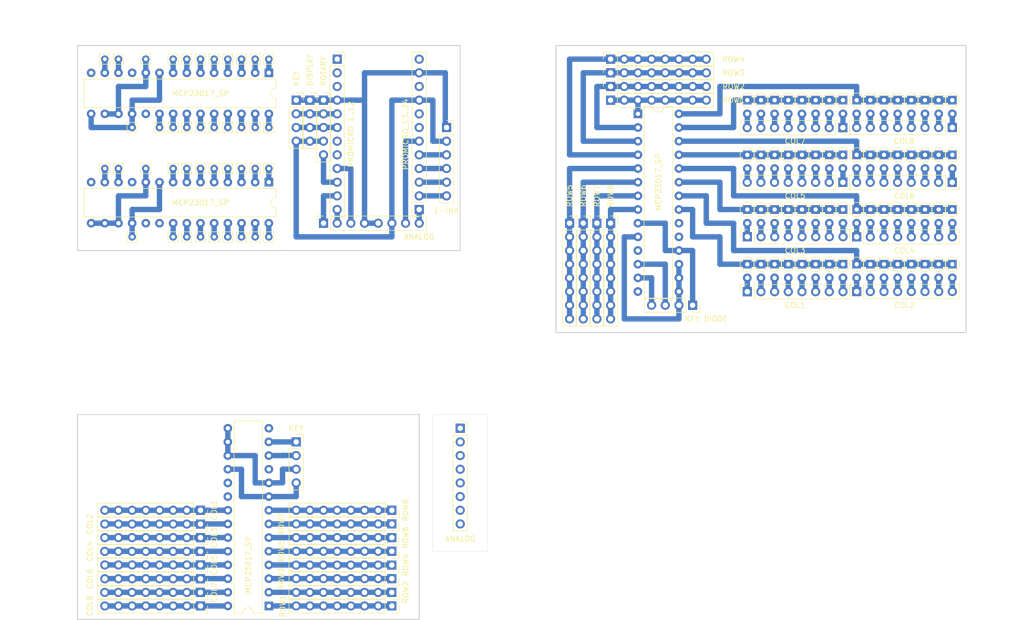
<source format=kicad_pcb>
(kicad_pcb (version 20211014) (generator pcbnew)

  (general
    (thickness 1.6)
  )

  (paper "A5")
  (title_block
    (title "CIMDIT")
    (date "2022-02-08")
    (rev "1.0")
    (comment 1 "@grumpydevelop@contentnation.net")
    (comment 2 "https://contentnation.net/en/grumpydevelop/cimdit_1")
  )

  (layers
    (0 "F.Cu" signal)
    (31 "B.Cu" signal)
    (32 "B.Adhes" user "B.Adhesive")
    (33 "F.Adhes" user "F.Adhesive")
    (34 "B.Paste" user)
    (35 "F.Paste" user)
    (36 "B.SilkS" user "B.Silkscreen")
    (37 "F.SilkS" user "F.Silkscreen")
    (38 "B.Mask" user)
    (39 "F.Mask" user)
    (40 "Dwgs.User" user "User.Drawings")
    (41 "Cmts.User" user "User.Comments")
    (42 "Eco1.User" user "User.Eco1")
    (43 "Eco2.User" user "User.Eco2")
    (44 "Edge.Cuts" user)
    (45 "Margin" user)
    (46 "B.CrtYd" user "B.Courtyard")
    (47 "F.CrtYd" user "F.Courtyard")
    (48 "B.Fab" user)
    (49 "F.Fab" user)
  )

  (setup
    (stackup
      (layer "F.SilkS" (type "Top Silk Screen"))
      (layer "F.Paste" (type "Top Solder Paste"))
      (layer "F.Mask" (type "Top Solder Mask") (thickness 0.01))
      (layer "F.Cu" (type "copper") (thickness 0.035))
      (layer "dielectric 1" (type "core") (thickness 1.51) (material "FR4") (epsilon_r 4.5) (loss_tangent 0.02))
      (layer "B.Cu" (type "copper") (thickness 0.035))
      (layer "B.Mask" (type "Bottom Solder Mask") (thickness 0.01))
      (layer "B.Paste" (type "Bottom Solder Paste"))
      (layer "B.SilkS" (type "Bottom Silk Screen"))
      (copper_finish "None")
      (dielectric_constraints no)
    )
    (pad_to_mask_clearance 0)
    (pcbplotparams
      (layerselection 0x00010fc_ffffffff)
      (disableapertmacros false)
      (usegerberextensions false)
      (usegerberattributes true)
      (usegerberadvancedattributes true)
      (creategerberjobfile true)
      (svguseinch false)
      (svgprecision 6)
      (excludeedgelayer true)
      (plotframeref false)
      (viasonmask false)
      (mode 1)
      (useauxorigin false)
      (hpglpennumber 1)
      (hpglpenspeed 20)
      (hpglpendiameter 15.000000)
      (dxfpolygonmode true)
      (dxfimperialunits true)
      (dxfusepcbnewfont true)
      (psnegative false)
      (psa4output false)
      (plotreference false)
      (plotvalue true)
      (plotinvisibletext false)
      (sketchpadsonfab false)
      (subtractmaskfromsilk false)
      (outputformat 5)
      (mirror false)
      (drillshape 2)
      (scaleselection 1)
      (outputdirectory "out/")
    )
  )

  (net 0 "")
  (net 1 "GND")
  (net 2 "+5V")
  (net 3 "/I2C_DATA")
  (net 4 "/I2C_CLOCK")
  (net 5 "unconnected-(U2-Pad11)")
  (net 6 "unconnected-(U2-Pad14)")
  (net 7 "unconnected-(U2-Pad19)")
  (net 8 "unconnected-(U2-Pad20)")
  (net 9 "/ANALOG_MUX2")
  (net 10 "/ANALOG_MUX1")
  (net 11 "/ANALOG_MUX0")
  (net 12 "/Rotary Encoder/I2C_CLOCK_ROT")
  (net 13 "/Rotary Encoder/I2C_DATA_ROT")
  (net 14 "/Rotary Encoder/GND_ROT")
  (net 15 "/Rotary Encoder/+5V_ROT")
  (net 16 "/Rotary Encoder/INT_ROT")
  (net 17 "Net-(DKD1-Pad1)")
  (net 18 "unconnected-(U3-Pad19)")
  (net 19 "/SCLK")
  (net 20 "/MISO")
  (net 21 "/INT")
  (net 22 "unconnected-(U3-Pad11)")
  (net 23 "unconnected-(U3-Pad14)")
  (net 24 "Net-(DKD10-Pad1)")
  (net 25 "Net-(DKD11-Pad1)")
  (net 26 "Net-(DKD12-Pad1)")
  (net 27 "Net-(DKD13-Pad1)")
  (net 28 "Net-(DKD14-Pad1)")
  (net 29 "Net-(DKD15-Pad1)")
  (net 30 "/EINK_SEL")
  (net 31 "/ANALOG_MUX3")
  (net 32 "/MOSI")
  (net 33 "/ANALOG_IN")
  (net 34 "Net-(DKD16-Pad1)")
  (net 35 "/KeyMatrix Ext Diodes/I2C_DATA_KEY")
  (net 36 "/KeyMatrix Ext Diodes/I2C_CLOCK_KEY")
  (net 37 "/KeyMatrix Ext Diodes/GND_KEY")
  (net 38 "/KeyMatrix Ext Diodes/+5V_KEY")
  (net 39 "/Analog Multiplexer/ANALOG_MUX1")
  (net 40 "/Analog Multiplexer/ANALOG_MUX2")
  (net 41 "/Analog Multiplexer/ANALOG_MUX0")
  (net 42 "/Analog Multiplexer/GND_ANALOG")
  (net 43 "/Analog Multiplexer/+5V_ANALOG")
  (net 44 "/Analog Multiplexer/ANALOG_ENABLE")
  (net 45 "/Analog Multiplexer/ANALOG_OUT")
  (net 46 "/Analog Multiplexer/ANALOG_MUX3")
  (net 47 "Net-(JD4-Pad1)")
  (net 48 "Net-(JK1-Pad1)")
  (net 49 "Net-(JK2-Pad1)")
  (net 50 "Net-(JK3-Pad1)")
  (net 51 "Net-(JK4-Pad1)")
  (net 52 "Net-(JK5-Pad1)")
  (net 53 "unconnected-(U4-Pad19)")
  (net 54 "unconnected-(U4-Pad20)")
  (net 55 "unconnected-(U4-Pad11)")
  (net 56 "unconnected-(U4-Pad14)")
  (net 57 "Net-(JK6-Pad1)")
  (net 58 "Net-(JK7-Pad1)")
  (net 59 "Net-(JK8-Pad1)")
  (net 60 "Net-(JK11-Pad1)")
  (net 61 "Net-(JK12-Pad1)")
  (net 62 "Net-(JK13-Pad1)")
  (net 63 "Net-(JK14-Pad1)")
  (net 64 "Net-(JK15-Pad1)")
  (net 65 "Net-(JK16-Pad1)")
  (net 66 "Net-(JK17-Pad1)")
  (net 67 "Net-(JK18-Pad1)")
  (net 68 "Net-(JKD1-Pad1)")
  (net 69 "Net-(JKD2-Pad1)")
  (net 70 "Net-(JKD3-Pad1)")
  (net 71 "Net-(JKD5-Pad1)")
  (net 72 "Net-(JKD6-Pad1)")
  (net 73 "Net-(JKD7-Pad1)")
  (net 74 "Net-(JKD8-Pad1)")
  (net 75 "Net-(J6-Pad1)")
  (net 76 "Net-(J7-Pad1)")
  (net 77 "Net-(J8-Pad1)")
  (net 78 "Net-(J9-Pad1)")
  (net 79 "/Key Matrix Diode/+5V_KEY")
  (net 80 "/Key Matrix Diode/GND_KEY")
  (net 81 "/Key Matrix Diode/I2C_CLOCK_KEY")
  (net 82 "/Key Matrix Diode/I2C_DATA_KEY")
  (net 83 "Net-(DKD1-Pad2)")
  (net 84 "Net-(DKD9-Pad2)")
  (net 85 "Net-(DKD2-Pad2)")
  (net 86 "Net-(DKD10-Pad2)")
  (net 87 "Net-(DKD3-Pad2)")
  (net 88 "Net-(DKD11-Pad2)")
  (net 89 "Net-(DKD4-Pad2)")
  (net 90 "Net-(DKD12-Pad2)")
  (net 91 "Net-(DKD5-Pad2)")
  (net 92 "Net-(DKD13-Pad2)")
  (net 93 "Net-(DKD6-Pad2)")
  (net 94 "Net-(DKD14-Pad2)")
  (net 95 "Net-(DKD7-Pad2)")
  (net 96 "Net-(DKD15-Pad2)")
  (net 97 "Net-(DKD8-Pad2)")
  (net 98 "Net-(DKD16-Pad2)")
  (net 99 "Net-(J10-Pad1)")
  (net 100 "Net-(J11-Pad1)")
  (net 101 "Net-(J12-Pad1)")
  (net 102 "Net-(J13-Pad1)")
  (net 103 "Net-(DKD17-Pad2)")
  (net 104 "Net-(DKD18-Pad2)")
  (net 105 "Net-(DKD19-Pad2)")
  (net 106 "Net-(DKD20-Pad2)")
  (net 107 "Net-(DKD21-Pad2)")
  (net 108 "Net-(DKD22-Pad2)")
  (net 109 "Net-(DKD23-Pad2)")
  (net 110 "Net-(DKD24-Pad2)")
  (net 111 "Net-(DKD25-Pad2)")
  (net 112 "Net-(DKD26-Pad2)")
  (net 113 "Net-(DKD27-Pad2)")
  (net 114 "Net-(DKD28-Pad2)")
  (net 115 "Net-(DKD29-Pad2)")
  (net 116 "Net-(DKD30-Pad2)")
  (net 117 "Net-(DKD31-Pad2)")
  (net 118 "Net-(DKD32-Pad2)")
  (net 119 "Net-(DKD33-Pad2)")
  (net 120 "Net-(DKD34-Pad2)")
  (net 121 "Net-(DKD35-Pad2)")
  (net 122 "Net-(DKD36-Pad2)")
  (net 123 "Net-(DKD37-Pad2)")
  (net 124 "Net-(DKD38-Pad2)")
  (net 125 "Net-(DKD39-Pad2)")
  (net 126 "Net-(DKD40-Pad2)")
  (net 127 "Net-(DKD41-Pad2)")
  (net 128 "Net-(DKD42-Pad2)")
  (net 129 "Net-(DKD43-Pad2)")
  (net 130 "Net-(DKD44-Pad2)")
  (net 131 "Net-(DKD45-Pad2)")
  (net 132 "Net-(DKD46-Pad2)")
  (net 133 "Net-(DKD47-Pad2)")
  (net 134 "Net-(DKD48-Pad2)")
  (net 135 "Net-(DKD49-Pad2)")
  (net 136 "Net-(DKD50-Pad2)")
  (net 137 "Net-(DKD51-Pad2)")
  (net 138 "Net-(DKD52-Pad2)")
  (net 139 "Net-(DKD53-Pad2)")
  (net 140 "Net-(DKD54-Pad2)")
  (net 141 "Net-(DKD55-Pad2)")
  (net 142 "Net-(DKD56-Pad2)")
  (net 143 "Net-(DKD57-Pad2)")
  (net 144 "Net-(DKD58-Pad2)")
  (net 145 "Net-(DKD59-Pad2)")
  (net 146 "Net-(DKD60-Pad2)")
  (net 147 "Net-(DKD61-Pad2)")
  (net 148 "Net-(DKD62-Pad2)")
  (net 149 "Net-(DKD63-Pad2)")
  (net 150 "Net-(DKD64-Pad2)")
  (net 151 "Net-(J14-Pad1)")
  (net 152 "Net-(J15-Pad1)")
  (net 153 "Net-(J16-Pad1)")
  (net 154 "Net-(J17-Pad1)")
  (net 155 "Net-(J18-Pad1)")
  (net 156 "Net-(J19-Pad1)")
  (net 157 "Net-(J20-Pad1)")
  (net 158 "Net-(J23-Pad1)")
  (net 159 "unconnected-(J100-Pad1)")
  (net 160 "unconnected-(J100-Pad2)")
  (net 161 "unconnected-(J100-Pad3)")
  (net 162 "unconnected-(J100-Pad7)")
  (net 163 "unconnected-(J100-Pad8)")
  (net 164 "unconnected-(J101-Pad7)")
  (net 165 "unconnected-(J101-Pad8)")
  (net 166 "unconnected-(J101-Pad10)")
  (net 167 "unconnected-(J101-Pad12)")
  (net 168 "/KeyMatrix wired/+5V_KEY")
  (net 169 "Net-(J30-Pad1)")
  (net 170 "Net-(J31-Pad1)")
  (net 171 "Net-(J32-Pad1)")
  (net 172 "Net-(J33-Pad1)")
  (net 173 "Net-(J34-Pad1)")
  (net 174 "Net-(J35-Pad1)")
  (net 175 "Net-(J36-Pad1)")
  (net 176 "Net-(J37-Pad1)")
  (net 177 "Net-(J38-Pad1)")
  (net 178 "Net-(J39-Pad1)")
  (net 179 "Net-(J40-Pad1)")
  (net 180 "Net-(J41-Pad1)")
  (net 181 "Net-(J42-Pad1)")
  (net 182 "Net-(J43-Pad1)")
  (net 183 "Net-(J44-Pad1)")
  (net 184 "Net-(J45-Pad1)")
  (net 185 "/KeyMatrix wired/GND_KEY")
  (net 186 "/KeyMatrix wired/I2C_DATA_KEY")
  (net 187 "/KeyMatrix wired/I2C_CLOCK_KEY")
  (net 188 "unconnected-(U1-Pad11)")
  (net 189 "unconnected-(U1-Pad14)")
  (net 190 "unconnected-(U1-Pad19)")
  (net 191 "unconnected-(U1-Pad20)")

  (footprint "Connector_PinSocket_2.54mm:PinSocket_1x04_P2.54mm_Vertical" (layer "F.Cu") (at 63.5 96.52))

  (footprint "Connector_PinSocket_2.54mm:PinSocket_1x04_P2.54mm_Vertical" (layer "F.Cu") (at 137.16 71.12 -90))

  (footprint "Connector_PinSocket_2.54mm:PinSocket_1x08_P2.54mm_Vertical" (layer "F.Cu") (at 68.58 55.88 90))

  (footprint "Connector_PinSocket_2.54mm:PinSocket_1x06_P2.54mm_Vertical" (layer "F.Cu") (at 91.44 38.1))

  (footprint "Connector_PinSocket_2.54mm:PinSocket_1x04_P2.54mm_Vertical" (layer "F.Cu") (at 63.5 33.02))

  (footprint "Connector_PinSocket_2.54mm:PinSocket_1x05_P2.54mm_Vertical" (layer "F.Cu") (at 68.58 33.02))

  (footprint "Connector_PinSocket_2.54mm:PinSocket_1x04_P2.54mm_Vertical" (layer "F.Cu") (at 66.04 33.02))

  (footprint "Diode_THT:D_DO-35_SOD27_P2.54mm_Vertical_AnodeUp" (layer "F.Cu") (at 149.86 43.18 -90))

  (footprint "Connector_PinSocket_2.54mm:PinSocket_1x08_P2.54mm_Vertical" (layer "F.Cu") (at 114.3 55.88))

  (footprint "Diode_THT:D_DO-35_SOD27_P2.54mm_Vertical_AnodeUp" (layer "F.Cu") (at 160.02 53.34 -90))

  (footprint "Diode_THT:D_DO-35_SOD27_P2.54mm_Vertical_AnodeUp" (layer "F.Cu") (at 152.4 63.5 -90))

  (footprint "Connector_Pin:Pin_D0.7mm_L6.5mm_W1.8mm_FlatFork" (layer "F.Cu") (at 30.48 25.4))

  (footprint "Connector_PinSocket_2.54mm:PinSocket_1x08_P2.54mm_Vertical" (layer "F.Cu") (at 45.72 127 -90))

  (footprint "Diode_THT:D_DO-35_SOD27_P2.54mm_Vertical_AnodeUp" (layer "F.Cu") (at 185.42 53.34 -90))

  (footprint "Connector_Pin:Pin_D0.7mm_L6.5mm_W1.8mm_FlatFork" (layer "F.Cu") (at 50.8 25.4))

  (footprint "Package_DIP:DIP-28_W7.62mm" (layer "F.Cu") (at 127 35.56))

  (footprint "Connector_PinSocket_2.54mm:PinSocket_1x08_P2.54mm_Vertical" (layer "F.Cu") (at 121.92 25.4 90))

  (footprint "Connector_Pin:Pin_D0.7mm_L6.5mm_W1.8mm_FlatFork" (layer "F.Cu") (at 48.26 25.4))

  (footprint "Connector_Pin:Pin_D0.7mm_L6.5mm_W1.8mm_FlatFork" (layer "F.Cu") (at 27.94 45.72))

  (footprint "Connector_Pin:Pin_D0.7mm_L6.5mm_W1.8mm_FlatFork" (layer "F.Cu") (at 53.34 58.42))

  (footprint "Connector_Pin:Pin_D0.7mm_L6.5mm_W1.8mm_FlatFork" (layer "F.Cu") (at 40.64 38.1))

  (footprint "Diode_THT:D_DO-35_SOD27_P2.54mm_Vertical_AnodeUp" (layer "F.Cu") (at 180.34 53.34 -90))

  (footprint "Connector_Pin:Pin_D0.7mm_L6.5mm_W1.8mm_FlatFork" (layer "F.Cu") (at 35.56 45.72))

  (footprint "Diode_THT:D_DO-35_SOD27_P2.54mm_Vertical_AnodeUp" (layer "F.Cu") (at 180.34 43.18 -90))

  (footprint "Connector_Pin:Pin_D0.7mm_L6.5mm_W1.8mm_FlatFork" (layer "F.Cu") (at 33.02 38.1))

  (footprint "Connector_Pin:Pin_D0.7mm_L6.5mm_W1.8mm_FlatFork" (layer "F.Cu") (at 55.88 45.72))

  (footprint "Package_DIP:DIP-28_W7.62mm" (layer "F.Cu") (at 58.42 27.94 -90))

  (footprint "Connector_PinSocket_2.54mm:PinSocket_1x08_P2.54mm_Vertical" (layer "F.Cu") (at 81.28 121.92 -90))

  (footprint "Diode_THT:D_DO-35_SOD27_P2.54mm_Vertical_AnodeUp" (layer "F.Cu") (at 149.86 33.02 -90))

  (footprint "Diode_THT:D_DO-35_SOD27_P2.54mm_Vertical_AnodeUp" (layer "F.Cu") (at 160.02 43.18 -90))

  (footprint "Connector_Pin:Pin_D0.7mm_L6.5mm_W1.8mm_FlatFork" (layer "F.Cu") (at 53.34 45.72))

  (footprint "Connector_PinSocket_2.54mm:PinSocket_1x08_P2.54mm_Vertical" (layer "F.Cu") (at 81.28 109.22 -90))

  (footprint "Connector_Pin:Pin_D0.7mm_L6.5mm_W1.8mm_FlatFork" (layer "F.Cu") (at 48.26 58.42))

  (footprint "Diode_THT:D_DO-35_SOD27_P2.54mm_Vertical_AnodeUp" (layer "F.Cu") (at 175.26 33.02 -90))

  (footprint "Diode_THT:D_DO-35_SOD27_P2.54mm_Vertical_AnodeUp" (layer "F.Cu") (at 177.8 33.02 -90))

  (footprint "Connector_Pin:Pin_D0.7mm_L6.5mm_W1.8mm_FlatFork" (layer "F.Cu") (at 27.94 25.4))

  (footprint "Connector_PinSocket_2.54mm:PinSocket_1x08_P2.54mm_Vertical" (layer "F.Cu") (at 147.32 68.605 90))

  (footprint "Connector_Pin:Pin_D0.7mm_L6.5mm_W1.8mm_FlatFork" (layer "F.Cu") (at 43.18 38.1))

  (footprint "Diode_THT:D_DO-35_SOD27_P2.54mm_Vertical_AnodeUp" (layer "F.Cu") (at 162.56 63.5 -90))

  (footprint "Connector_Pin:Pin_D0.7mm_L6.5mm_W1.8mm_FlatFork" (layer "F.Cu") (at 40.64 58.42))

  (footprint "Connector_PinSocket_2.54mm:PinSocket_1x08_P2.54mm_Vertical" (layer "F.Cu") (at 81.28 111.76 -90))

  (footprint "Connector_Pin:Pin_D0.7mm_L6.5mm_W1.8mm_FlatFork" (layer "F.Cu") (at 50.8 58.42))

  (footprint "Diode_THT:D_DO-35_SOD27_P2.54mm_Vertical_AnodeUp" (layer "F.Cu") (at 180.34 33.02 -90))

  (footprint "Diode_THT:D_DO-35_SOD27_P2.54mm_Vertical_AnodeUp" (layer "F.Cu") (at 154.94 43.18 -90))

  (footprint "Diode_THT:D_DO-35_SOD27_P2.54mm_Vertical_AnodeUp" (layer "F.Cu") (at 149.86 53.34 -90))

  (footprint "Diode_THT:D_DO-35_SOD27_P2.54mm_Vertical_AnodeUp" (layer "F.Cu") (at 165.1 63.5 -90))

  (footprint "Diode_THT:D_DO-35_SOD27_P2.54mm_Vertical_AnodeUp" (layer "F.Cu") (at 177.8 63.5 -90))

  (footprint "Diode_THT:D_DO-35_SOD27_P2.54mm_Vertical_AnodeUp" (layer "F.Cu") (at 182.88 63.5 -90))

  (footprint "Connector_PinSocket_2.54mm:PinSocket_1x08_P2.54mm_Vertical" (layer "F.Cu") (at 167.64 58.42 90))

  (footprint "Diode_THT:D_DO-35_SOD27_P2.54mm_Vertical_AnodeUp" (layer "F.Cu") (at 157.48 33.02 -90))

  (footprint "Diode_THT:D_DO-35_SOD27_P2.54mm_Vertical_AnodeUp" (layer "F.Cu")
    (tedit 5AE50CD5) (tstamp 3a933db5-3569-41ee-b97a-515b8fce0241)
    (at 165.1 53.34 -90)
    (descr "Diode, DO-35_SOD27 series, Axial, Vertical, pin pitch=2.54mm, , length*diameter=4*2mm^2, , http://www.diodes.com/_files/packages/DO-35.pdf")
    (tags "Diode DO-35_SOD27 series Axial Vertical pin pitch 2.54mm  length 4mm diameter 2mm")
    (property "Sheetfile" "keymatrix_diode.kicad_sch")
    (property "Sheetname" "Key Matrix Diode")
    (path "/814f65df-6ffe-42dd-b527-4f3b27cc438e/00000000-0000-0000-0000-00006815f3c3")
    (attr through_hole)
    (fp_text reference "DKD59" (at 1.27 -2.326371 90) (layer "F.SilkS") hide
      (effects (font (size 1 1) (thickness 0.15)))
      (tstamp dc1519d5-0b4c-44dd-80cd-3ee015a02102)
    )
    (fp_text value "1N4148" (at 1.27 3.215371 90) (layer "F.Fab") hide
      (effects (font (size 1 1) (thickness 0.15)))
      (tstamp 0f396173-755f-4622-a9e8-ce78ad470352)
    )
    (fp_text user "A" (at 4.34 0 90) (layer "F.SilkS") hide
      (effects (font (size 1 1) (thickness 0.15)))
      (tstamp ee36e36d-b1cc-4f97-8639-9b6b1817c753)
    )
    (fp_text user "A" (at 4.34 0 90) (layer "F.Fab") hide
      (effects (font (size 1 1) (thickness 0.15)))
      (tstamp 5d0c792f-d26d-4f56-8cfe-ace648f6906b)
    )
    (fp_text user "${REFERENCE}" (at 1.27 -2.326371 90) (layer "F.Fab") hide
      (effects (font (size 1 1) (thickness 0.15)))
      (tstamp 9511b9bf-3523-47d2-bf6d-be7507328f51)
    )
    (fp_line (start 1.326371 0) (end 1.44 0) (layer "F.SilkS") (width 0.12) (tstamp f9be50ba-f79c-45f8-a492-46f677582b02))
    (fp_circle (center 0 0) (end 1.326371 0) (layer "F.SilkS") (width 0.12) (fill none) (tstamp c9df5675-4af4-46fb-aea4-77773b58599c))
    (fp_line (start -1.25 1.25) (end 3.59 1.25) (layer "F.CrtYd") (width 0.05) (tstamp 0d47d7fa-baf9-4b6c-920a-e1c3f6d1f707))
    (fp_line (start 3.59 1.25) (end 3.59 -1.25) (layer "F.CrtYd") (width 0.05) (tstamp 617e2366-edbb-4d57-a47d-19624f8469a9))
    (fp_line (start 3.59 -1.25) (end -1.25 -1.25) (layer "F.CrtYd") (width 0.05) (tstamp a12c6a75-ca6b-4049-87e3-46ae5de4b7e3))
    (fp_line (start -1.25 -1.25) (end -1.25 1.25) (layer "F.CrtYd") (width 0.05) (tstamp ba7180e9-d33a-4ae9-af2a-504d7be100c2))
    (fp_line (start 0 0) (end 2.54 0) (layer "F.Fab") (width 0.1) (tstamp c76f6f7c-228e-4091-8a67-a333f74aa2d5))
    (fp_circle (center 0 0) (end 1 0) (layer "F.Fab") (width 0.1) (fill none) (tstamp 6e172697-d2bf-469e-a83e-86b88043e40e))
    (pad "1" thru_hole rect (at 0 0 270) (size 1.6 1.6) (drill 0.8) (layers *.Cu *.Mask)
      (net 25 "Net-(DKD11-Pad1)") (pinfunction "K") (pintype "passive") (tstamp 9344b755-2d82-4a47-a8f7-02b5fa888319))

... [426277 chars truncated]
</source>
